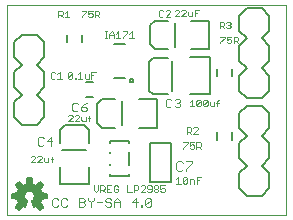
<source format=gto>
G75*
%MOIN*%
%OFA0B0*%
%FSLAX25Y25*%
%IPPOS*%
%LPD*%
%AMOC8*
5,1,8,0,0,1.08239X$1,22.5*
%
%ADD10C,0.00000*%
%ADD11C,0.00300*%
%ADD12C,0.00200*%
%ADD13C,0.00600*%
%ADD14C,0.00800*%
%ADD15C,0.00500*%
%ADD16C,0.00400*%
%ADD17C,0.00591*%
D10*
X0006800Y0006800D02*
X0006800Y0076761D01*
X0099751Y0076761D01*
X0099751Y0006800D01*
X0006800Y0006800D01*
D11*
X0021950Y0009934D02*
X0022434Y0009450D01*
X0023401Y0009450D01*
X0023885Y0009934D01*
X0024897Y0009934D02*
X0025380Y0009450D01*
X0026348Y0009450D01*
X0026831Y0009934D01*
X0024897Y0009934D02*
X0024897Y0011869D01*
X0025380Y0012352D01*
X0026348Y0012352D01*
X0026831Y0011869D01*
X0023885Y0011869D02*
X0023401Y0012352D01*
X0022434Y0012352D01*
X0021950Y0011869D01*
X0021950Y0009934D01*
X0030790Y0009450D02*
X0032241Y0009450D01*
X0032725Y0009934D01*
X0032725Y0010417D01*
X0032241Y0010901D01*
X0030790Y0010901D01*
X0032241Y0010901D02*
X0032725Y0011385D01*
X0032725Y0011869D01*
X0032241Y0012352D01*
X0030790Y0012352D01*
X0030790Y0009450D01*
X0033736Y0011869D02*
X0034704Y0010901D01*
X0034704Y0009450D01*
X0034704Y0010901D02*
X0035671Y0011869D01*
X0035671Y0012352D01*
X0036683Y0010901D02*
X0038618Y0010901D01*
X0039629Y0011385D02*
X0039629Y0011869D01*
X0040113Y0012352D01*
X0041080Y0012352D01*
X0041564Y0011869D01*
X0041080Y0010901D02*
X0040113Y0010901D01*
X0039629Y0011385D01*
X0039629Y0009934D02*
X0040113Y0009450D01*
X0041080Y0009450D01*
X0041564Y0009934D01*
X0041564Y0010417D01*
X0041080Y0010901D01*
X0042576Y0010901D02*
X0044511Y0010901D01*
X0044511Y0011385D02*
X0044511Y0009450D01*
X0044511Y0011385D02*
X0043543Y0012352D01*
X0042576Y0011385D01*
X0042576Y0009450D01*
X0048469Y0010901D02*
X0050404Y0010901D01*
X0051415Y0009934D02*
X0051899Y0009934D01*
X0051899Y0009450D01*
X0051415Y0009450D01*
X0051415Y0009934D01*
X0052888Y0009934D02*
X0054823Y0011869D01*
X0054823Y0009934D01*
X0054340Y0009450D01*
X0053372Y0009450D01*
X0052888Y0009934D01*
X0052888Y0011869D01*
X0053372Y0012352D01*
X0054340Y0012352D01*
X0054823Y0011869D01*
X0049920Y0012352D02*
X0049920Y0009450D01*
X0048469Y0010901D02*
X0049920Y0012352D01*
X0043731Y0014800D02*
X0043731Y0015501D01*
X0043030Y0015501D01*
X0042330Y0016201D02*
X0042330Y0014800D01*
X0042680Y0014450D01*
X0043381Y0014450D01*
X0043731Y0014800D01*
X0043731Y0016201D02*
X0043381Y0016552D01*
X0042680Y0016552D01*
X0042330Y0016201D01*
X0041521Y0016552D02*
X0040120Y0016552D01*
X0040120Y0014450D01*
X0041521Y0014450D01*
X0040820Y0015501D02*
X0040120Y0015501D01*
X0039311Y0015501D02*
X0038961Y0015151D01*
X0037910Y0015151D01*
X0038610Y0015151D02*
X0039311Y0014450D01*
X0039311Y0015501D02*
X0039311Y0016201D01*
X0038961Y0016552D01*
X0037910Y0016552D01*
X0037910Y0014450D01*
X0037101Y0015151D02*
X0037101Y0016552D01*
X0035700Y0016552D02*
X0035700Y0015151D01*
X0036401Y0014450D01*
X0037101Y0015151D01*
X0033736Y0012352D02*
X0033736Y0011869D01*
X0021455Y0029813D02*
X0021455Y0032715D01*
X0020003Y0031264D01*
X0021938Y0031264D01*
X0018992Y0030297D02*
X0018508Y0029813D01*
X0017541Y0029813D01*
X0017057Y0030297D01*
X0017057Y0032232D01*
X0017541Y0032715D01*
X0018508Y0032715D01*
X0018992Y0032232D01*
X0028557Y0041797D02*
X0029041Y0041313D01*
X0030008Y0041313D01*
X0030492Y0041797D01*
X0031503Y0041797D02*
X0031987Y0041313D01*
X0032955Y0041313D01*
X0033438Y0041797D01*
X0033438Y0042280D01*
X0032955Y0042764D01*
X0031503Y0042764D01*
X0031503Y0041797D01*
X0031503Y0042764D02*
X0032471Y0043732D01*
X0033438Y0044215D01*
X0030492Y0043732D02*
X0030008Y0044215D01*
X0029041Y0044215D01*
X0028557Y0043732D01*
X0028557Y0041797D01*
X0059700Y0043121D02*
X0060184Y0042637D01*
X0061151Y0042637D01*
X0061635Y0043121D01*
X0062647Y0043121D02*
X0063130Y0042637D01*
X0064098Y0042637D01*
X0064581Y0043121D01*
X0064581Y0043604D01*
X0064098Y0044088D01*
X0063614Y0044088D01*
X0064098Y0044088D02*
X0064581Y0044572D01*
X0064581Y0045056D01*
X0064098Y0045539D01*
X0063130Y0045539D01*
X0062647Y0045056D01*
X0061635Y0045056D02*
X0061151Y0045539D01*
X0060184Y0045539D01*
X0059700Y0045056D01*
X0059700Y0043121D01*
X0063934Y0019402D02*
X0063934Y0017200D01*
X0063200Y0017200D02*
X0064668Y0017200D01*
X0065502Y0017567D02*
X0066970Y0019035D01*
X0066970Y0017567D01*
X0066603Y0017200D01*
X0065869Y0017200D01*
X0065502Y0017567D01*
X0065502Y0019035D01*
X0065869Y0019402D01*
X0066603Y0019402D01*
X0066970Y0019035D01*
X0067804Y0018668D02*
X0068905Y0018668D01*
X0069272Y0018301D01*
X0069272Y0017200D01*
X0070106Y0017200D02*
X0070106Y0019402D01*
X0071574Y0019402D01*
X0070840Y0018301D02*
X0070106Y0018301D01*
X0067804Y0018668D02*
X0067804Y0017200D01*
X0063934Y0019402D02*
X0063200Y0018668D01*
D12*
X0059417Y0016602D02*
X0057949Y0016602D01*
X0057949Y0015501D01*
X0058683Y0015868D01*
X0059050Y0015868D01*
X0059417Y0015501D01*
X0059417Y0014767D01*
X0059050Y0014400D01*
X0058316Y0014400D01*
X0057949Y0014767D01*
X0057207Y0014767D02*
X0056840Y0014400D01*
X0056106Y0014400D01*
X0055740Y0014767D01*
X0055740Y0015134D01*
X0056106Y0015501D01*
X0056840Y0015501D01*
X0057207Y0015134D01*
X0057207Y0014767D01*
X0056840Y0015501D02*
X0057207Y0015868D01*
X0057207Y0016235D01*
X0056840Y0016602D01*
X0056106Y0016602D01*
X0055740Y0016235D01*
X0055740Y0015868D01*
X0056106Y0015501D01*
X0054998Y0015501D02*
X0053897Y0015501D01*
X0053530Y0015868D01*
X0053530Y0016235D01*
X0053897Y0016602D01*
X0054631Y0016602D01*
X0054998Y0016235D01*
X0054998Y0014767D01*
X0054631Y0014400D01*
X0053897Y0014400D01*
X0053530Y0014767D01*
X0052788Y0014400D02*
X0051320Y0014400D01*
X0052788Y0015868D01*
X0052788Y0016235D01*
X0052421Y0016602D01*
X0051687Y0016602D01*
X0051320Y0016235D01*
X0050578Y0016235D02*
X0050578Y0015501D01*
X0050211Y0015134D01*
X0049110Y0015134D01*
X0049110Y0014400D02*
X0049110Y0016602D01*
X0050211Y0016602D01*
X0050578Y0016235D01*
X0048368Y0014400D02*
X0046900Y0014400D01*
X0046900Y0016602D01*
X0065520Y0028750D02*
X0065520Y0029117D01*
X0066988Y0030585D01*
X0066988Y0030952D01*
X0065520Y0030952D01*
X0067730Y0030952D02*
X0067730Y0029851D01*
X0068464Y0030218D01*
X0068831Y0030218D01*
X0069198Y0029851D01*
X0069198Y0029117D01*
X0068831Y0028750D01*
X0068097Y0028750D01*
X0067730Y0029117D01*
X0067730Y0030952D02*
X0069198Y0030952D01*
X0069940Y0030952D02*
X0071041Y0030952D01*
X0071408Y0030585D01*
X0071408Y0029851D01*
X0071041Y0029484D01*
X0069940Y0029484D01*
X0069940Y0028750D02*
X0069940Y0030952D01*
X0070674Y0029484D02*
X0071408Y0028750D01*
X0070408Y0033750D02*
X0068940Y0033750D01*
X0070408Y0035218D01*
X0070408Y0035585D01*
X0070041Y0035952D01*
X0069307Y0035952D01*
X0068940Y0035585D01*
X0068198Y0035585D02*
X0068198Y0034851D01*
X0067831Y0034484D01*
X0066730Y0034484D01*
X0066730Y0033750D02*
X0066730Y0035952D01*
X0067831Y0035952D01*
X0068198Y0035585D01*
X0067464Y0034484D02*
X0068198Y0033750D01*
X0068490Y0042894D02*
X0068490Y0045096D01*
X0067756Y0044362D01*
X0067756Y0042894D02*
X0069224Y0042894D01*
X0069966Y0043261D02*
X0071434Y0044729D01*
X0071434Y0043261D01*
X0071067Y0042894D01*
X0070333Y0042894D01*
X0069966Y0043261D01*
X0069966Y0044729D01*
X0070333Y0045096D01*
X0071067Y0045096D01*
X0071434Y0044729D01*
X0072176Y0044729D02*
X0072543Y0045096D01*
X0073277Y0045096D01*
X0073644Y0044729D01*
X0072176Y0043261D01*
X0072543Y0042894D01*
X0073277Y0042894D01*
X0073644Y0043261D01*
X0073644Y0044729D01*
X0074386Y0044362D02*
X0074386Y0043261D01*
X0074753Y0042894D01*
X0075854Y0042894D01*
X0075854Y0044362D01*
X0076596Y0043995D02*
X0077330Y0043995D01*
X0076963Y0044729D02*
X0076963Y0042894D01*
X0076963Y0044729D02*
X0077330Y0045096D01*
X0072176Y0044729D02*
X0072176Y0043261D01*
X0077900Y0063900D02*
X0077900Y0064267D01*
X0079368Y0065735D01*
X0079368Y0066102D01*
X0077900Y0066102D01*
X0080110Y0066102D02*
X0080110Y0065001D01*
X0080844Y0065368D01*
X0081211Y0065368D01*
X0081578Y0065001D01*
X0081578Y0064267D01*
X0081211Y0063900D01*
X0080477Y0063900D01*
X0080110Y0064267D01*
X0080110Y0066102D02*
X0081578Y0066102D01*
X0082320Y0066102D02*
X0083421Y0066102D01*
X0083788Y0065735D01*
X0083788Y0065001D01*
X0083421Y0064634D01*
X0082320Y0064634D01*
X0083054Y0064634D02*
X0083788Y0063900D01*
X0082320Y0063900D02*
X0082320Y0066102D01*
X0080961Y0068900D02*
X0080227Y0068900D01*
X0079860Y0069267D01*
X0079118Y0068900D02*
X0078384Y0069634D01*
X0078751Y0069634D02*
X0077650Y0069634D01*
X0077650Y0068900D02*
X0077650Y0071102D01*
X0078751Y0071102D01*
X0079118Y0070735D01*
X0079118Y0070001D01*
X0078751Y0069634D01*
X0079860Y0070735D02*
X0080227Y0071102D01*
X0080961Y0071102D01*
X0081328Y0070735D01*
X0081328Y0070368D01*
X0080961Y0070001D01*
X0081328Y0069634D01*
X0081328Y0069267D01*
X0080961Y0068900D01*
X0080961Y0070001D02*
X0080594Y0070001D01*
X0070802Y0075208D02*
X0069334Y0075208D01*
X0069334Y0073006D01*
X0068592Y0073006D02*
X0068592Y0074474D01*
X0069334Y0074107D02*
X0070068Y0074107D01*
X0068592Y0073006D02*
X0067491Y0073006D01*
X0067124Y0073373D01*
X0067124Y0074474D01*
X0066382Y0074474D02*
X0066382Y0074841D01*
X0066015Y0075208D01*
X0065281Y0075208D01*
X0064914Y0074841D01*
X0064172Y0074841D02*
X0063805Y0075208D01*
X0063071Y0075208D01*
X0062704Y0074841D01*
X0064172Y0074841D02*
X0064172Y0074474D01*
X0062704Y0073006D01*
X0064172Y0073006D01*
X0064914Y0073006D02*
X0066382Y0074474D01*
X0066382Y0073006D02*
X0064914Y0073006D01*
X0061158Y0072813D02*
X0059690Y0072813D01*
X0061158Y0074281D01*
X0061158Y0074648D01*
X0060791Y0075015D01*
X0060057Y0075015D01*
X0059690Y0074648D01*
X0058948Y0074648D02*
X0058581Y0075015D01*
X0057847Y0075015D01*
X0057480Y0074648D01*
X0057480Y0073180D01*
X0057847Y0072813D01*
X0058581Y0072813D01*
X0058948Y0073180D01*
X0048318Y0067914D02*
X0048318Y0065713D01*
X0047584Y0065713D02*
X0049052Y0065713D01*
X0047584Y0067181D02*
X0048318Y0067914D01*
X0046842Y0067914D02*
X0046842Y0067547D01*
X0045374Y0066080D01*
X0045374Y0065713D01*
X0044632Y0065713D02*
X0043164Y0065713D01*
X0043898Y0065713D02*
X0043898Y0067914D01*
X0043164Y0067181D01*
X0042422Y0067181D02*
X0042422Y0065713D01*
X0042422Y0066814D02*
X0040954Y0066814D01*
X0040954Y0067181D02*
X0041688Y0067914D01*
X0042422Y0067181D01*
X0040954Y0067181D02*
X0040954Y0065713D01*
X0040215Y0065713D02*
X0039481Y0065713D01*
X0039848Y0065713D02*
X0039848Y0067914D01*
X0039481Y0067914D02*
X0040215Y0067914D01*
X0045374Y0067914D02*
X0046842Y0067914D01*
X0037538Y0072650D02*
X0036804Y0073384D01*
X0037171Y0073384D02*
X0036070Y0073384D01*
X0036070Y0072650D02*
X0036070Y0074852D01*
X0037171Y0074852D01*
X0037538Y0074485D01*
X0037538Y0073751D01*
X0037171Y0073384D01*
X0035328Y0073751D02*
X0035328Y0073017D01*
X0034961Y0072650D01*
X0034227Y0072650D01*
X0033860Y0073017D01*
X0033860Y0073751D02*
X0034594Y0074118D01*
X0034961Y0074118D01*
X0035328Y0073751D01*
X0035328Y0074852D02*
X0033860Y0074852D01*
X0033860Y0073751D01*
X0033118Y0074485D02*
X0031650Y0073017D01*
X0031650Y0072650D01*
X0031650Y0074852D02*
X0033118Y0074852D01*
X0033118Y0074485D01*
X0027578Y0072650D02*
X0026110Y0072650D01*
X0026844Y0072650D02*
X0026844Y0074852D01*
X0026110Y0074118D01*
X0025368Y0074485D02*
X0025368Y0073751D01*
X0025001Y0073384D01*
X0023900Y0073384D01*
X0024634Y0073384D02*
X0025368Y0072650D01*
X0023900Y0072650D02*
X0023900Y0074852D01*
X0025001Y0074852D01*
X0025368Y0074485D01*
X0024344Y0054352D02*
X0024344Y0052150D01*
X0023610Y0052150D02*
X0025078Y0052150D01*
X0022868Y0052517D02*
X0022501Y0052150D01*
X0021767Y0052150D01*
X0021400Y0052517D01*
X0021400Y0053985D01*
X0021767Y0054352D01*
X0022501Y0054352D01*
X0022868Y0053985D01*
X0023610Y0053618D02*
X0024344Y0054352D01*
X0027150Y0053985D02*
X0027150Y0052517D01*
X0028618Y0053985D01*
X0028618Y0052517D01*
X0028251Y0052150D01*
X0027517Y0052150D01*
X0027150Y0052517D01*
X0027150Y0053985D02*
X0027517Y0054352D01*
X0028251Y0054352D01*
X0028618Y0053985D01*
X0029360Y0052517D02*
X0029727Y0052517D01*
X0029727Y0052150D01*
X0029360Y0052150D01*
X0029360Y0052517D01*
X0030465Y0052150D02*
X0031933Y0052150D01*
X0031199Y0052150D02*
X0031199Y0054352D01*
X0030465Y0053618D01*
X0032675Y0053618D02*
X0032675Y0052517D01*
X0033042Y0052150D01*
X0034143Y0052150D01*
X0034143Y0053618D01*
X0034885Y0053251D02*
X0035619Y0053251D01*
X0036352Y0054352D02*
X0034885Y0054352D01*
X0034885Y0052150D01*
X0034554Y0040208D02*
X0034187Y0039841D01*
X0034187Y0038006D01*
X0033078Y0038006D02*
X0033078Y0039474D01*
X0033820Y0039107D02*
X0034554Y0039107D01*
X0033078Y0038006D02*
X0031978Y0038006D01*
X0031611Y0038373D01*
X0031611Y0039474D01*
X0030869Y0039474D02*
X0030869Y0039841D01*
X0030502Y0040208D01*
X0029768Y0040208D01*
X0029401Y0039841D01*
X0028659Y0039841D02*
X0028292Y0040208D01*
X0027558Y0040208D01*
X0027191Y0039841D01*
X0028659Y0039841D02*
X0028659Y0039474D01*
X0027191Y0038006D01*
X0028659Y0038006D01*
X0029401Y0038006D02*
X0030869Y0039474D01*
X0030869Y0038006D02*
X0029401Y0038006D01*
X0022054Y0026458D02*
X0021687Y0026091D01*
X0021687Y0024256D01*
X0020578Y0024256D02*
X0020578Y0025724D01*
X0021320Y0025357D02*
X0022054Y0025357D01*
X0020578Y0024256D02*
X0019478Y0024256D01*
X0019111Y0024623D01*
X0019111Y0025724D01*
X0018369Y0025724D02*
X0018369Y0026091D01*
X0018002Y0026458D01*
X0017268Y0026458D01*
X0016901Y0026091D01*
X0016159Y0026091D02*
X0015792Y0026458D01*
X0015058Y0026458D01*
X0014691Y0026091D01*
X0016159Y0026091D02*
X0016159Y0025724D01*
X0014691Y0024256D01*
X0016159Y0024256D01*
X0016901Y0024256D02*
X0018369Y0025724D01*
X0018369Y0024256D02*
X0016901Y0024256D01*
D13*
X0041109Y0023867D02*
X0041109Y0023493D01*
X0041109Y0020323D02*
X0041109Y0019841D01*
X0047491Y0019841D01*
X0047491Y0020323D01*
X0047491Y0023493D02*
X0047491Y0027607D01*
X0047491Y0030777D02*
X0047491Y0031259D01*
X0041109Y0031259D01*
X0041109Y0030777D01*
X0041109Y0027607D02*
X0041109Y0027233D01*
X0035481Y0046188D02*
X0033119Y0046188D01*
X0033119Y0050912D02*
X0035481Y0050912D01*
X0031662Y0064369D02*
X0031662Y0066731D01*
X0026938Y0066731D02*
X0026938Y0064369D01*
X0076938Y0055481D02*
X0076938Y0053119D01*
X0081662Y0053119D02*
X0081662Y0055481D01*
X0081662Y0034231D02*
X0081662Y0031869D01*
X0076938Y0031869D02*
X0076938Y0034231D01*
D14*
X0084300Y0035550D02*
X0084300Y0040550D01*
X0086800Y0043050D01*
X0091800Y0043050D01*
X0094300Y0040550D01*
X0094300Y0035550D01*
X0091800Y0033050D01*
X0094300Y0030550D01*
X0094300Y0025550D01*
X0091800Y0023050D01*
X0094300Y0020550D01*
X0094300Y0015550D01*
X0091800Y0013050D01*
X0086800Y0013050D01*
X0084300Y0015550D01*
X0084300Y0020550D01*
X0086800Y0023050D01*
X0084300Y0025550D01*
X0084300Y0030550D01*
X0086800Y0033050D01*
X0084300Y0035550D01*
X0086800Y0045550D02*
X0084300Y0048050D01*
X0084300Y0053050D01*
X0086800Y0055550D01*
X0084300Y0058050D01*
X0084300Y0063050D01*
X0086800Y0065550D01*
X0084300Y0068050D01*
X0084300Y0073050D01*
X0086800Y0075550D01*
X0091800Y0075550D01*
X0094300Y0073050D01*
X0094300Y0068050D01*
X0091800Y0065550D01*
X0094300Y0063050D01*
X0094300Y0058050D01*
X0091800Y0055550D01*
X0094300Y0053050D01*
X0094300Y0048050D01*
X0091800Y0045550D01*
X0086800Y0045550D01*
X0074536Y0046948D02*
X0067843Y0046948D01*
X0061902Y0047889D02*
X0061902Y0058113D01*
X0060363Y0059152D02*
X0055639Y0059152D01*
X0054064Y0057774D01*
X0054064Y0048129D01*
X0055639Y0046948D01*
X0060363Y0046948D01*
X0055639Y0046948D01*
X0056643Y0045274D02*
X0056643Y0035826D01*
X0050737Y0035826D01*
X0042863Y0035826D02*
X0038532Y0035826D01*
X0036957Y0037400D01*
X0036957Y0043700D01*
X0038532Y0045274D01*
X0042863Y0045274D01*
X0050737Y0045274D02*
X0056643Y0045274D01*
X0047672Y0051554D02*
X0047674Y0051601D01*
X0047680Y0051648D01*
X0047690Y0051695D01*
X0047703Y0051740D01*
X0047721Y0051784D01*
X0047742Y0051826D01*
X0047766Y0051867D01*
X0047794Y0051905D01*
X0047825Y0051941D01*
X0047859Y0051974D01*
X0047895Y0052004D01*
X0047934Y0052031D01*
X0047975Y0052055D01*
X0048018Y0052075D01*
X0048062Y0052091D01*
X0048108Y0052104D01*
X0048154Y0052113D01*
X0048202Y0052118D01*
X0048249Y0052119D01*
X0048296Y0052116D01*
X0048343Y0052109D01*
X0048389Y0052098D01*
X0048434Y0052084D01*
X0048478Y0052065D01*
X0048519Y0052043D01*
X0048559Y0052018D01*
X0048597Y0051989D01*
X0048632Y0051958D01*
X0048665Y0051923D01*
X0048694Y0051886D01*
X0048720Y0051847D01*
X0048743Y0051805D01*
X0048762Y0051762D01*
X0048778Y0051717D01*
X0048790Y0051671D01*
X0048798Y0051625D01*
X0048802Y0051578D01*
X0048802Y0051530D01*
X0048798Y0051483D01*
X0048790Y0051437D01*
X0048778Y0051391D01*
X0048762Y0051346D01*
X0048743Y0051303D01*
X0048720Y0051261D01*
X0048694Y0051222D01*
X0048665Y0051185D01*
X0048632Y0051150D01*
X0048597Y0051119D01*
X0048559Y0051090D01*
X0048520Y0051065D01*
X0048478Y0051043D01*
X0048434Y0051024D01*
X0048389Y0051010D01*
X0048343Y0050999D01*
X0048296Y0050992D01*
X0048249Y0050989D01*
X0048202Y0050990D01*
X0048154Y0050995D01*
X0048108Y0051004D01*
X0048062Y0051017D01*
X0048018Y0051033D01*
X0047975Y0051053D01*
X0047934Y0051077D01*
X0047895Y0051104D01*
X0047859Y0051134D01*
X0047825Y0051167D01*
X0047794Y0051203D01*
X0047766Y0051241D01*
X0047742Y0051282D01*
X0047721Y0051324D01*
X0047703Y0051368D01*
X0047690Y0051413D01*
X0047680Y0051460D01*
X0047674Y0051507D01*
X0047672Y0051554D01*
X0045991Y0052450D02*
X0042609Y0052450D01*
X0054457Y0063650D02*
X0056032Y0062076D01*
X0060363Y0062076D01*
X0054457Y0063650D02*
X0054457Y0069950D01*
X0056032Y0071524D01*
X0060363Y0071524D01*
X0068237Y0071524D02*
X0074143Y0071524D01*
X0074143Y0062076D01*
X0068237Y0062076D01*
X0067843Y0059349D02*
X0074536Y0059349D01*
X0074536Y0046948D01*
X0045991Y0063650D02*
X0042609Y0063650D01*
X0019300Y0064300D02*
X0019300Y0059300D01*
X0016800Y0056800D01*
X0019300Y0054300D01*
X0019300Y0049300D01*
X0016800Y0046800D01*
X0019300Y0044300D01*
X0019300Y0039300D01*
X0016800Y0036800D01*
X0011800Y0036800D01*
X0009300Y0039300D01*
X0009300Y0044300D01*
X0011800Y0046800D01*
X0009300Y0049300D01*
X0009300Y0054300D01*
X0011800Y0056800D01*
X0009300Y0059300D01*
X0009300Y0064300D01*
X0011800Y0066800D01*
X0016800Y0066800D01*
X0019300Y0064300D01*
X0026150Y0036643D02*
X0024576Y0035068D01*
X0024576Y0030737D01*
X0026150Y0036643D02*
X0032450Y0036643D01*
X0034024Y0035068D01*
X0034024Y0030737D01*
X0034024Y0022863D02*
X0034024Y0016957D01*
X0024576Y0016957D01*
X0024576Y0022863D01*
D15*
X0025300Y0028300D02*
X0033300Y0028300D01*
X0045300Y0036550D02*
X0045300Y0044550D01*
X0054550Y0030800D02*
X0061550Y0030800D01*
X0061550Y0017800D01*
X0054550Y0017800D01*
X0054550Y0030800D01*
X0062800Y0062800D02*
X0062800Y0070800D01*
D16*
X0063767Y0024603D02*
X0063250Y0024086D01*
X0063250Y0022017D01*
X0063767Y0021500D01*
X0064801Y0021500D01*
X0065318Y0022017D01*
X0066473Y0022017D02*
X0066473Y0021500D01*
X0066473Y0022017D02*
X0068541Y0024086D01*
X0068541Y0024603D01*
X0066473Y0024603D01*
X0065318Y0024086D02*
X0064801Y0024603D01*
X0063767Y0024603D01*
D17*
X0020161Y0013770D02*
X0020161Y0012330D01*
X0018256Y0012137D01*
X0018051Y0011496D01*
X0017743Y0010898D01*
X0018954Y0009414D01*
X0017936Y0008396D01*
X0016452Y0009607D01*
X0015854Y0009299D01*
X0015006Y0011345D01*
X0015391Y0011562D01*
X0015714Y0011864D01*
X0015955Y0012234D01*
X0016101Y0012650D01*
X0016145Y0013090D01*
X0016082Y0013527D01*
X0015918Y0013937D01*
X0015660Y0014296D01*
X0015325Y0014584D01*
X0014931Y0014784D01*
X0014501Y0014884D01*
X0014059Y0014879D01*
X0013631Y0014770D01*
X0013241Y0014561D01*
X0012912Y0014267D01*
X0012663Y0013902D01*
X0012507Y0013489D01*
X0012454Y0013050D01*
X0012505Y0012619D01*
X0012655Y0012212D01*
X0012897Y0011851D01*
X0013215Y0011557D01*
X0013594Y0011345D01*
X0012746Y0009299D01*
X0012148Y0009607D01*
X0010664Y0008396D01*
X0009646Y0009414D01*
X0010857Y0010898D01*
X0010549Y0011496D01*
X0010344Y0012137D01*
X0008439Y0012330D01*
X0008439Y0013770D01*
X0010344Y0013963D01*
X0010549Y0014604D01*
X0010857Y0015202D01*
X0009646Y0016686D01*
X0010664Y0017704D01*
X0012148Y0016493D01*
X0012746Y0016801D01*
X0013387Y0017006D01*
X0013580Y0018911D01*
X0015020Y0018911D01*
X0015213Y0017006D01*
X0015854Y0016801D01*
X0016452Y0016493D01*
X0017936Y0017704D01*
X0018954Y0016686D01*
X0017743Y0015202D01*
X0018051Y0014604D01*
X0018256Y0013963D01*
X0020161Y0013770D01*
X0020161Y0013280D02*
X0016118Y0013280D01*
X0016105Y0012691D02*
X0020161Y0012691D01*
X0019187Y0013869D02*
X0015945Y0013869D01*
X0015472Y0014458D02*
X0018098Y0014458D01*
X0017823Y0015047D02*
X0010777Y0015047D01*
X0010503Y0015636D02*
X0018097Y0015636D01*
X0018578Y0016225D02*
X0010022Y0016225D01*
X0009775Y0016814D02*
X0011755Y0016814D01*
X0011033Y0017403D02*
X0010364Y0017403D01*
X0012786Y0016814D02*
X0015814Y0016814D01*
X0015173Y0017403D02*
X0013427Y0017403D01*
X0013487Y0017992D02*
X0015113Y0017992D01*
X0015053Y0018581D02*
X0013547Y0018581D01*
X0016845Y0016814D02*
X0018825Y0016814D01*
X0018236Y0017403D02*
X0017567Y0017403D01*
X0013126Y0014458D02*
X0010502Y0014458D01*
X0009413Y0013869D02*
X0012650Y0013869D01*
X0012482Y0013280D02*
X0008439Y0013280D01*
X0008439Y0012691D02*
X0012497Y0012691D01*
X0012729Y0012102D02*
X0010355Y0012102D01*
X0010544Y0011512D02*
X0013294Y0011512D01*
X0013419Y0010923D02*
X0010844Y0010923D01*
X0010397Y0010334D02*
X0013175Y0010334D01*
X0012931Y0009745D02*
X0009916Y0009745D01*
X0009904Y0009156D02*
X0011596Y0009156D01*
X0010874Y0008567D02*
X0010493Y0008567D01*
X0015425Y0010334D02*
X0018203Y0010334D01*
X0017756Y0010923D02*
X0015181Y0010923D01*
X0015304Y0011512D02*
X0018056Y0011512D01*
X0018245Y0012102D02*
X0015869Y0012102D01*
X0015669Y0009745D02*
X0018684Y0009745D01*
X0018696Y0009156D02*
X0017004Y0009156D01*
X0017726Y0008567D02*
X0018107Y0008567D01*
M02*

</source>
